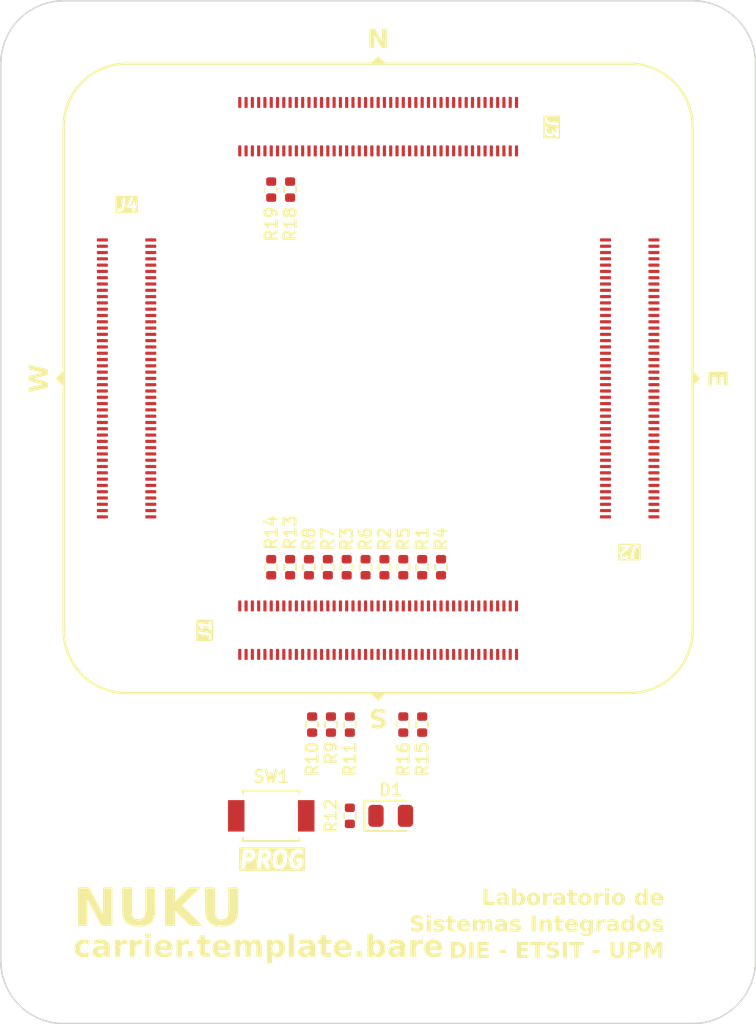
<source format=kicad_pcb>
(kicad_pcb (version 20241229) (generator "pcbnew") (generator_version "9.0")
  (title_block (title "nuku.carrier.template.base") (date "2025-06-09") (rev "0") (company "Samuel López Asunción") (comment 1 "@supersmau"))
  (layers (0 "F.Cu" signal "L1_(Sig).Cu") (4 "In1.Cu" power "L2_(GND).Cu") (6 "In2.Cu" power "L3_(GND).Cu") (2 "B.Cu" signal "L4_(Sig).Cu") (13 "F.Paste" user) (15 "B.Paste" user) (5 "F.SilkS" user "F.Silkscreen") (7 "B.SilkS" user "B.Silkscreen") (1 "F.Mask" user) (3 "B.Mask" user) (25 "Edge.Cuts" user))
  (net 0 "")
  (net 1 "GND")
  (net 2 "+3V3")
  (net 3 "VCCO_0")
  (net 5 "/core-south-0/JTAG_TDO")
  (net 6 "/core-south-0/CONFIG_PROG")
  (net 7 "/core-south-0/CONFIG_M2")
  (net 8 "/core-south-0/JTAG_TMS")
  (net 10 "/core-south-0/PWR_LOOPBACK")
  (net 12 "/core-south-0/CONFIG_M0")
  (net 13 "VCCO_34")
  (net 14 "/core-south-0/JTAG_TDI")
  (net 15 "/core-south-0/MGTP_CLK0_P")
  (net 16 "/core-south-0/MGTP_TX3_P")
  (net 17 "/core-south-0/MGTP_TX0_P")
  (net 18 "/core-south-0/MGTP_RX3_P")
  (net 19 "/core-south-0/JTAG_TCK")
  (net 20 "/core-south-0/MGTP_CLK1_N")
  (net 21 "/core-south-0/MGTP_TX3_N")
  (net 22 "/core-south-0/MGTP_RX2_P")
  (net 24 "/core-south-0/CONFIG_INIT")
  (net 27 "/core-south-0/MGTP_RX3_N")
  (net 29 "/core-south-0/MGTP_TX0_N")
  (net 30 "/core-south-0/CONFIG_DONE")
  (net 31 "/core-south-0/MGTP_RX1_N")
  (net 32 "/core-south-0/MGTP_RX0_P")
  (net 33 "/core-south-0/CONFIG_CLK")
  (net 35 "/core-south-0/MGTP_RX1_P")
  (net 37 "/core-south-0/MGTP_RX0_N")
  (net 38 "/core-south-0/MGTP_TX1_P")
  (net 39 "/core-south-0/MGTP_TX2_P")
  (net 40 "/core-south-0/MGTP_RX2_N")
  (net 42 "/core-south-0/MGTP_TX2_N")
  (net 43 "/core-south-0/MGTP_CLK1_P")
  (net 44 "/core-south-0/MGTP_TX1_N")
  (net 45 "/core-south-0/CONFIG_M1")
  (net 46 "/core-east-34/IO34_6_N")
  (net 47 "/core-east-34/IO34_23_N")
  (net 48 "/core-east-34/IO34_25")
  (net 49 "/core-east-34/IO34_4_P")
  (net 50 "/core-east-34/IO34_16_P")
  (net 51 "/core-east-34/IO34_15_P")
  (net 52 "/core-east-34/IO34_13_P")
  (net 53 "/core-east-34/IO34_9_N")
  (net 54 "/core-east-34/IO34_10_P")
  (net 55 "/core-east-34/IO34_5_P")
  (net 56 "/core-east-34/IO34_13_N")
  (net 57 "/core-east-34/IO34_22_P")
  (net 58 "/core-east-34/IO34_14_N")
  (net 59 "/core-east-34/IO34_24_N")
  (net 60 "/core-east-34/IO34_15_N")
  (net 61 "/core-east-34/IO34_2_N")
  (net 62 "/core-east-34/IO34_23_P")
  (net 63 "/core-east-34/IO34_18_N")
  (net 64 "/core-east-34/IO34_17_N")
  (net 65 "/core-east-34/IO34_3_N")
  (net 66 "/core-east-34/IO34_12_P")
  (net 67 "/core-east-34/IO34_12_N")
  (net 68 "/core-east-34/IO34_19_N")
  (net 69 "/core-east-34/IO34_18_P")
  (net 70 "/core-east-34/IO34_5_N")
  (net 71 "/core-east-34/IO34_19_P")
  (net 72 "/core-east-34/IO34_16_N")
  (net 73 "/core-east-34/IO34_2_P")
  (net 74 "/core-east-34/IO34_24_P")
  (net 75 "/core-east-34/IO34_6_P")
  (net 76 "/core-east-34/IO34_9_P")
  (net 77 "/core-east-34/IO34_7_P")
  (net 78 "/core-east-34/IO34_11_N")
  (net 79 "/core-east-34/IO34_8_N")
  (net 80 "/core-east-34/IO34_4_N")
  (net 81 "/core-east-34/IO34_11_P")
  (net 82 "/core-east-34/IO34_3_P")
  (net 83 "/core-east-34/IO34_0")
  (net 84 "/core-east-34/IO34_10_N")
  (net 85 "/core-east-34/IO34_20_P")
  (net 86 "/core-east-34/IO34_21_N")
  (net 87 "/core-east-34/IO34_1_P")
  (net 88 "/core-east-34/IO34_1_N")
  (net 89 "/core-east-34/IO34_7_N")
  (net 90 "/core-east-34/IO34_8_P")
  (net 91 "/core-east-34/IO34_20_N")
  (net 92 "/core-east-34/IO34_22_N")
  (net 93 "/core-east-34/IO34_21_P")
  (net 94 "/core-east-34/IO34_17_P")
  (net 95 "/core-east-34/IO34_14_P")
  (net 96 "/core-north-14/IO14_21_N")
  (net 97 "/core-north-14/IO14_14_P")
  (net 98 "VCCO_14")
  (net 99 "/core-north-14/IO14_14_N")
  (net 100 "/core-north-14/IO14_3_N")
  (net 101 "/core-north-14/IO14_12_P")
  (net 102 "/core-north-14/IO14_16_N")
  (net 103 "/core-north-14/IO14_9_N")
  (net 104 "/core-north-14/IO14_3_P")
  (net 105 "/core-north-14/IO14_20_N")
  (net 106 "/core-north-14/IO14_16_P")
  (net 107 "/core-north-14/IO14_6_N")
  (net 108 "/core-north-14/IO14_2_P")
  (net 109 "/core-north-14/IO14_4_N")
  (net 110 "/core-north-14/IO14_11_N")
  (net 111 "/core-north-14/IO14_21_P")
  (net 112 "/core-north-14/IO14_19_N")
  (net 113 "/core-north-14/IO14_22_N")
  (net 114 "/core-north-14/IO14_8_N")
  (net 115 "/core-north-14/IO14_18_P")
  (net 116 "/core-north-14/IO14_9_P")
  (net 117 "/core-north-14/IO14_5_P")
  (net 118 "/core-north-14/IO14_19_P")
  (net 119 "/core-north-14/IO14_13_P")
  (net 120 "/core-north-14/IO14_12_N")
  (net 121 "/core-north-14/IO14_13_N")
  (net 122 "/core-north-14/IO14_17_P")
  (net 123 "/core-north-14/IO14_10_N")
  (net 124 "/core-north-14/IO14_17_N")
  (net 125 "/core-north-14/IO14_11_P")
  (net 126 "/core-north-14/IO14_15_N")
  (net 127 "/core-north-14/IO14_23_N")
  (net 128 "/core-north-14/IO14_7_P")
  (net 129 "/core-north-14/IO14_23_P")
  (net 130 "/core-north-14/IO14_15_P")
  (net 131 "/core-north-14/IO14_8_P")
  (net 132 "/core-north-14/IO14_20_P")
  (net 133 "/core-north-14/IO14_24_N")
  (net 134 "/core-north-14/IO14_7_N")
  (net 135 "/core-north-14/IO14_24_P")
  (net 136 "/core-north-14/IO14_1_N")
  (net 137 "/core-north-14/IO14_22_P")
  (net 138 "/core-north-14/IO14_1_P")
  (net 139 "/core-north-14/IO14_2_N")
  (net 140 "VCCO_15")
  (net 141 "/core-north-14/IO14_10_P")
  (net 142 "/core-north-14/IO14_6_P")
  (net 143 "/core-north-14/IO14_25")
  (net 144 "/core-north-14/IO14_4_P")
  (net 145 "/core-north-14/IO14_18_N")
  (net 146 "/core-north-14/IO14_0")
  (net 147 "/core-north-14/IO14_5_N")
  (net 148 "/core-west-15/IO15_15_N")
  (net 149 "/core-west-15/IO15_14_N")
  (net 150 "/core-west-15/IO15_4_N")
  (net 151 "/core-west-15/IO15_8_P")
  (net 152 "/core-west-15/IO15_12_P")
  (net 153 "/core-west-15/IO15_13_P")
  (net 154 "/core-west-15/IO15_21_P")
  (net 155 "/core-west-15/IO15_5_N")
  (net 156 "/core-west-15/IO15_25")
  (net 157 "/core-west-15/IO15_9_N")
  (net 158 "/core-west-15/IO15_18_N")
  (net 159 "/core-west-15/IO15_12_N")
  (net 160 "/core-west-15/IO15_2_N")
  (net 161 "/core-west-15/IO15_5_P")
  (net 162 "/core-west-15/IO15_20_N")
  (net 163 "/core-west-15/IO15_3_N")
  (net 164 "/core-west-15/IO15_1_N")
  (net 165 "/core-west-15/IO15_18_P")
  (net 166 "/core-west-15/IO15_15_P")
  (net 167 "/core-west-15/IO15_17_P")
  (net 168 "/core-west-15/IO15_3_P")
  (net 169 "/core-west-15/IO15_9_P")
  (net 170 "/core-west-15/IO15_7_N")
  (net 171 "/core-west-15/IO15_23_N")
  (net 172 "/core-south-0/PGOOD")
  (net 173 "/core-west-15/IO15_23_P")
  (net 174 "/core-west-15/IO15_16_N")
  (net 175 "/core-west-15/IO15_14_P")
  (net 176 "/core-west-15/IO15_13_N")
  (net 177 "/core-west-15/IO15_10_N")
  (net 178 "/core-west-15/IO15_17_N")
  (net 179 "/core-west-15/IO15_24_N")
  (net 180 "/core-west-15/IO15_7_P")
  (net 181 "/core-west-15/IO15_22_N")
  (net 182 "/core-west-15/IO15_4_P")
  (net 183 "/core-west-15/IO15_21_N")
  (net 184 "/core-west-15/IO15_11_N")
  (net 185 "/core-west-15/IO15_22_P")
  (net 186 "/core-west-15/IO15_2_P")
  (net 187 "/core-west-15/IO15_19_P")
  (net 188 "/core-west-15/IO15_19_N")
  (net 189 "/core-west-15/IO15_24_P")
  (net 190 "/core-west-15/IO15_6_N")
  (net 191 "/core-west-15/IO15_20_P")
  (net 192 "/core-west-15/IO15_0")
  (net 193 "Net-(D1-K)")
  (net 194 "/core-west-15/IO15_16_P")
  (net 195 "/core-west-15/IO15_6_P")
  (net 196 "/core-west-15/IO15_11_P")
  (net 197 "/core-west-15/IO15_1_P")
  (net 198 "/core-west-15/IO15_8_N")
  (net 199 "/core-west-15/IO15_10_P")
  (net 200 "/core-south-0/CONFIG_CFGBVS")
  (footprint "Resistor_SMD:R_0402_1005Metric" (layer "F.Cu") (at 146.7 127 -90)
    (property "Reference" "R11")
    (property "Value" "4k7")
  )
  (footprint "Resistor_SMD:R_0402_1005Metric" (layer "F.Cu") (at 151.3 127 -90)
    (property "Reference" "R15")
    (property "Value" "10k")
  )
  (footprint "Resistor_SMD:R_0402_1005Metric" (layer "F.Cu") (at 148.9 117 90)
    (property "Reference" "R2")
    (property "Value" "1k")
  )
  (footprint "Resistor_SMD:R_0402_1005Metric" (layer "F.Cu") (at 147.7 117 -90)
    (property "Reference" "R6")
    (property "Value" "1k")
  )
  (footprint "Resistor_SMD:R_0402_1005Metric" (layer "F.Cu") (at 141.7 117 -90)
    (property "Reference" "R14")
    (property "Value" "10k")
  )
  (footprint "Resistor_SMD:R_0402_1005Metric" (layer "F.Cu") (at 150.1 127 -90)
    (property "Reference" "R16")
    (property "Value" "10k")
  )
  (footprint "nuku:DF40HC(4.0)-90DS-0.4V" (layer "F.Cu") (at 132.5 105)
    (property "Reference" "J4")
    (property "Value" "DF40HC(4.0)-90DS-0.4V" (hide yes))
  )
  (footprint "LED_SMD:LED_0805_2012Metric" (layer "F.Cu") (at 149.3 132.8)
    (property "Reference" "D1")
    (property "Value" "INIT")
  )
  (footprint "nuku:DF40HC(4.0)-90DS-0.4V" (layer "F.Cu") (at 148.5 89 -90)
    (property "Reference" "J3")
    (property "Value" "DF40HC(4.0)-90DS-0.4V" (hide yes))
  )
  (footprint "Resistor_SMD:R_0402_1005Metric" (layer "F.Cu") (at 151.3 117 90)
    (property "Reference" "R1")
    (property "Value" "1k")
  )
  (footprint "nuku:DF40HC(4.0)-90DS-0.4V" (layer "F.Cu") (at 164.5 105 180)
    (property "Reference" "J2")
    (property "Value" "DF40HC(4.0)-90DS-0.4V" (hide yes))
  )
  (footprint "Resistor_SMD:R_0402_1005Metric" (layer "F.Cu") (at 144.1 117 90)
    (property "Reference" "R8")
    (property "Value" "0")
  )
  (footprint "Resistor_SMD:R_0402_1005Metric" (layer "F.Cu") (at 142.9 117 90)
    (property "Reference" "R13")
    (property "Value" "10k")
  )
  (footprint "nuku:DF40HC(4.0)-90DS-0.4V" (layer "F.Cu") (at 148.5 121 90)
    (property "Reference" "J1")
    (property "Value" "DF40HC(4.0)-90DS-0.4V" (hide yes))
  )
  (footprint "Resistor_SMD:R_0402_1005Metric" (layer "F.Cu") (at 142.9 93 -90)
    (property "Reference" "R18")
    (property "Value" "1k")
  )
  (footprint "Resistor_SMD:R_0402_1005Metric" (layer "F.Cu") (at 145.5 127 -90)
    (property "Reference" "R9")
    (property "Value" "330")
  )
  (footprint "Resistor_SMD:R_0402_1005Metric" (layer "F.Cu") (at 145.3 117 -90)
    (property "Reference" "R7")
    (property "Value" "0")
  )
  (footprint "Resistor_SMD:R_0402_1005Metric" (layer "F.Cu") (at 150.1 117 -90)
    (property "Reference" "R5")
    (property "Value" "1k")
  )
  (footprint "Resistor_SMD:R_0402_1005Metric" (layer "F.Cu") (at 144.3 127 -90)
    (property "Reference" "R10")
    (property "Value" "4k7")
  )
  (footprint "Resistor_SMD:R_0402_1005Metric" (layer "F.Cu") (at 141.7 93 90)
    (property "Reference" "R19")
    (property "Value" "1k")
  )
  (footprint "Resistor_SMD:R_0402_1005Metric" (layer "F.Cu") (at 146.7 132.8 -90)
    (property "Reference" "R12")
    (property "Value" "330")
  )
  (footprint "nuku:TS-1088-AR02016" (layer "F.Cu") (at 141.7 132.8)
    (property "Reference" "SW1")
    (property "Value" "PROG")
  )
  (footprint "Resistor_SMD:R_0402_1005Metric" (layer "F.Cu") (at 146.5 117 90)
    (property "Reference" "R3")
    (property "Value" "1k")
  )
  (footprint "Resistor_SMD:R_0402_1005Metric" (layer "F.Cu") (at 152.5 117 -90)
    (property "Reference" "R4")
    (property "Value" "1k")
  )
  (gr_poly (pts (xy 168.5 104.6) (xy 168.9 105) (xy 168.5 105.4)) (stroke (width 0.15)) (fill yes) (layer "F.SilkS"))
  (gr_arc (start 168.5 121) (mid 167.328427 123.828427) (end 164.5 125) (stroke (width 0.15)) (layer "F.SilkS"))
  (gr_poly (pts (xy 148.9 125) (xy 148.5 125.4) (xy 148.1 125)) (stroke (width 0.15)) (fill yes) (layer "F.SilkS"))
  (gr_arc (start 132.5 125) (mid 129.671573 123.828427) (end 128.5 121) (stroke (width 0.15)) (layer "F.SilkS"))
  (gr_line (start 168.5 89) (end 168.5 121) (stroke (width 0.15)) (layer "F.SilkS"))
  (gr_line (start 128.5 121) (end 128.5 89) (stroke (width 0.15)) (layer "F.SilkS"))
  (gr_poly (pts (xy 128.5 105.4) (xy 128.1 105) (xy 128.5 104.6)) (stroke (width 0.15)) (fill yes) (layer "F.SilkS"))
  (gr_line (start 132.5 85) (end 164.5 85) (stroke (width 0.15)) (layer "F.SilkS"))
  (gr_line (start 164.5 125) (end 132.5 125) (stroke (width 0.15)) (layer "F.SilkS"))
  (gr_arc (start 164.5 85) (mid 167.328427 86.171573) (end 168.5 89) (stroke (width 0.15)) (layer "F.SilkS"))
  (gr_arc (start 128.5 89) (mid 129.671573 86.171573) (end 132.5 85) (stroke (width 0.15)) (layer "F.SilkS"))
  (gr_poly (pts (xy 148.1 85) (xy 148.5 84.6) (xy 148.9 85)) (stroke (width 0.15)) (fill yes) (layer "F.SilkS"))
  (gr_arc (start 172.5 142) (mid 171.328427 144.828427) (end 168.5 146) (stroke (width 0.1)) (layer "Edge.Cuts"))
  (gr_line (start 172.5 85) (end 172.5 142) (stroke (width 0.1)) (layer "Edge.Cuts"))
  (gr_line (start 128.5 81) (end 168.5 81) (stroke (width 0.1)) (layer "Edge.Cuts"))
  (gr_arc (start 128.5 146) (mid 125.671573 144.828427) (end 124.5 142) (stroke (width 0.1)) (layer "Edge.Cuts"))
  (gr_line (start 124.5 142) (end 124.5 85) (stroke (width 0.1)) (layer "Edge.Cuts"))
  (gr_arc (start 168.5 81) (mid 171.328427 82.171573) (end 172.5 85) (stroke (width 0.1)) (layer "Edge.Cuts"))
  (gr_line (start 168.5 146) (end 128.5 146) (stroke (width 0.1)) (layer "Edge.Cuts"))
  (gr_arc (start 124.5 85) (mid 125.671573 82.171573) (end 128.5 81) (stroke (width 0.1)) (layer "Edge.Cuts"))
  (gr_text "carrier.template.bare" (at 129.1 142 0) (layer "F.SilkS") (effects (font (size 1.4 1.4) (thickness 0.25) (italic yes)) (justify left bottom)))
  (gr_text "Laboratorio de\nSistemas Integrados\nDIE - ETSIT - UPM" (at 166.7 142 0) (layer "F.SilkS") (effects (font (size 1 1) (thickness 0.25) (italic yes)) (justify right bottom)))
  (gr_text "W" (at 127.7 105 90) (layer "F.SilkS") (effects (font (size 1.2 1.2) (thickness 0.25) (italic yes)) (justify bottom)))
  (gr_text "N" (at 148.5 84.2 0) (layer "F.SilkS") (effects (font (size 1.2 1.2) (thickness 0.25) (italic yes)) (justify bottom)))
  (gr_text "E" (at 169.3 105 270) (layer "F.SilkS") (effects (font (size 1.2 1.2) (thickness 0.25) (italic yes)) (justify bottom)))
  (gr_text "NUKU" (at 129.1 140.2 0) (layer "F.SilkS") (effects (font (size 2.4 2.4) (thickness 0.25) (italic yes)) (justify left bottom)))
  (gr_text "S" (at 148.5 125.8 180) (layer "F.SilkS") (effects (font (size 1.2 1.2) (thickness 0.25) (italic yes)) (justify bottom)))
)
</source>
